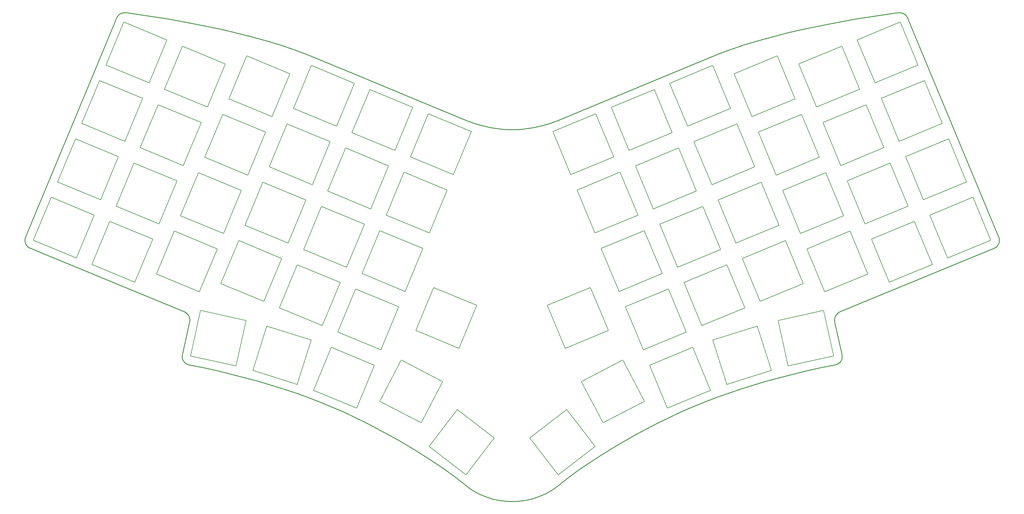
<source format=gbr>
%TF.GenerationSoftware,KiCad,Pcbnew,(6.0.0)*%
%TF.CreationDate,2022-02-26T13:06:40+01:00*%
%TF.ProjectId,plate,706c6174-652e-46b6-9963-61645f706362,rev?*%
%TF.SameCoordinates,Original*%
%TF.FileFunction,Profile,NP*%
%FSLAX46Y46*%
G04 Gerber Fmt 4.6, Leading zero omitted, Abs format (unit mm)*
G04 Created by KiCad (PCBNEW (6.0.0)) date 2022-02-26 13:06:40*
%MOMM*%
%LPD*%
G01*
G04 APERTURE LIST*
%TA.AperFunction,Profile*%
%ADD10C,0.264582*%
%TD*%
%TA.AperFunction,Profile*%
%ADD11C,0.150000*%
%TD*%
G04 APERTURE END LIST*
D10*
X-192965542Y-136748021D02*
X-193852850Y-136939596D01*
X-184292347Y-22713381D02*
X-166549317Y-15315043D01*
X-80839092Y9272389D02*
X-80737986Y9218995D01*
X-260005925Y-3017931D02*
X-260005925Y-3017931D01*
X-242049447Y-113816625D02*
X-245402184Y-112171338D01*
X-99837595Y-80321451D02*
X-99837595Y-80321451D01*
X-52768198Y-60624665D02*
X-52853050Y-60711816D01*
X-52161824Y-59564771D02*
X-52199889Y-59683322D01*
X-185074764Y-23024863D02*
X-184292347Y-22713381D01*
X-100591613Y-80780160D02*
X-100760558Y-80932918D01*
X-211690567Y-133037359D02*
X-212732777Y-132224680D01*
X-200444794Y-137273855D02*
X-201223812Y-137197407D01*
X-81052228Y9368206D02*
X-80943848Y9322200D01*
X-101512995Y-83387308D02*
X-99353884Y-93119852D01*
X-101577253Y-82855213D02*
X-101571555Y-82985440D01*
X-295236271Y-83387308D02*
X-295236271Y-83387308D01*
X-212732777Y-132224680D02*
X-212732777Y-132224680D01*
X-291080015Y-97153161D02*
X-295494664Y-96257715D01*
X-101559086Y-83117587D02*
X-101539636Y-83251570D01*
X-317676167Y6701987D02*
X-317676167Y6701987D01*
X-314702530Y9572526D02*
X-314562657Y9574261D01*
X-178199023Y-127830699D02*
X-181510157Y-130251970D01*
X-100226901Y-80519027D02*
X-100413169Y-80641977D01*
X-151347072Y-112171352D02*
X-154699807Y-113816639D01*
X-101539636Y-83251570D02*
X-101512995Y-83387308D01*
X-189372652Y-24378233D02*
X-188474324Y-24138424D01*
X-101193654Y-81472072D02*
X-101307855Y-81676561D01*
X-286570147Y-98164843D02*
X-291080015Y-97153161D01*
X-99290270Y-94097229D02*
X-99310050Y-94242831D01*
X-263919796Y-1524049D02*
X-260005925Y-3017931D01*
X-53648392Y-61242349D02*
X-99837595Y-80321451D01*
X-295212751Y-82355138D02*
X-295237771Y-82235739D01*
X-315350410Y9481162D02*
X-315227782Y9509717D01*
X-199708164Y-137322139D02*
X-200444794Y-137273855D01*
X-210861283Y-23324206D02*
X-210021082Y-23610313D01*
X-197041136Y-137322139D02*
X-198374653Y-137354639D01*
X-52124571Y-58295466D02*
X-52097439Y-58426400D01*
X-297395375Y-93119852D02*
X-297395375Y-93119852D01*
X-105669242Y-97153170D02*
X-110179111Y-98164854D01*
X-295908318Y-81014557D02*
X-295988705Y-80932918D01*
X-185887978Y-23324206D02*
X-185074764Y-23024863D01*
X-344587439Y-59564771D02*
X-344619812Y-59444127D01*
X-80134545Y8763596D02*
X-80063540Y8689548D01*
X-317147313Y7978716D02*
X-317072806Y8139430D01*
X-99639889Y-95122965D02*
X-99709602Y-95228763D01*
X-202896422Y-136939596D02*
X-203783720Y-136748021D01*
X-80737986Y9218995D02*
X-80640556Y9162239D01*
X-81164208Y9410182D02*
X-81052228Y9368206D01*
X-53033569Y-60873368D02*
X-53128868Y-60947390D01*
X-196662893Y-25569862D02*
X-195777071Y-25501820D01*
X-174133798Y-125051594D02*
X-178199023Y-127830699D01*
X-296632074Y-95682628D02*
X-296805327Y-95516126D01*
X-80640556Y9162239D02*
X-80546825Y9102346D01*
X-53227281Y-61016655D02*
X-53328624Y-61080974D01*
X-101512995Y-83387308D02*
X-101512995Y-83387308D01*
X-295555611Y-81472072D02*
X-295618891Y-81374267D01*
X-238828133Y-115474520D02*
X-242049447Y-113816625D01*
X-79719769Y8219865D02*
X-79676418Y8139430D01*
X-245402184Y-112171338D02*
X-248880000Y-110550000D01*
X-200086401Y-25569862D02*
X-199219273Y-25611491D01*
X-136743344Y-3017931D02*
X-132829473Y-1524050D01*
X-344590003Y-58164339D02*
X-344547619Y-58033210D01*
X-52077656Y-58556952D02*
X-52065037Y-58686931D01*
X-52346388Y-60024508D02*
X-52405376Y-60132780D01*
X-315101655Y9533354D02*
X-314972054Y9551850D01*
X-52082515Y-59197315D02*
X-52102954Y-59321578D01*
X-296805327Y-95516126D02*
X-296887238Y-95425346D01*
X-205644570Y-136214001D02*
X-206611827Y-135861345D01*
X-208604273Y-134959209D02*
X-209623168Y-134399518D01*
X-197530020Y-25611491D02*
X-196662893Y-25569862D01*
X-215239067Y-130251969D02*
X-218550205Y-127830697D01*
X-81647622Y9533353D02*
X-81521494Y9509716D01*
X-256159731Y-107448276D02*
X-259877739Y-106030278D01*
X-101254595Y-96257715D02*
X-105669242Y-97153170D01*
X-190282742Y-24600414D02*
X-189372652Y-24378233D01*
X-195525476Y-137197407D02*
X-196304500Y-137273855D01*
X-147869256Y-110550015D02*
X-151347072Y-112171352D01*
X-99295319Y-93465372D02*
X-99280640Y-93630743D01*
X-99413565Y-94649879D02*
X-99461476Y-94775624D01*
X-201872931Y-25408465D02*
X-200972222Y-25501820D01*
X-122368789Y-101328778D02*
X-129474538Y-103486073D01*
X-212456913Y-22713381D02*
X-211674496Y-23024863D01*
X-99372093Y-94519162D02*
X-99413565Y-94649879D01*
X-202784719Y-25290895D02*
X-201872931Y-25408465D01*
X-244642366Y-9326685D02*
X-230199959Y-15315043D01*
X-157921118Y-115474533D02*
X-161004661Y-117133696D01*
X-101536515Y-82355138D02*
X-101555810Y-82476868D01*
X-82046751Y9572525D02*
X-81910275Y9564980D01*
X-344619812Y-59444127D02*
X-344646308Y-59321578D01*
X-280907956Y-99555868D02*
X-286570147Y-98164843D01*
X-316982093Y8300056D02*
X-316875374Y8458812D01*
X-314839004Y9564981D02*
X-314702530Y9572526D01*
X-192122976Y-24987498D02*
X-191200785Y-24803868D01*
X-79996410Y8613919D02*
X-79933181Y8536933D01*
X-100394700Y-95894662D02*
X-100490329Y-95955256D01*
X-171834262Y-123556205D02*
X-174133798Y-125051594D01*
X-52129451Y-59444127D02*
X-52161824Y-59564771D01*
X-163944091Y-118782785D02*
X-166733064Y-120410460D01*
X-316752849Y8613920D02*
X-316614721Y8763597D01*
X-295390908Y-81783080D02*
X-295441410Y-81676561D01*
X-295686010Y-81279531D02*
X-295756761Y-81187946D01*
X-52199889Y-59683322D02*
X-52243460Y-59799588D01*
X-80209401Y8835842D02*
X-80134545Y8763596D01*
X-52537481Y-60340000D02*
X-52610229Y-60438567D01*
X-79601893Y7978716D02*
X-79601893Y7978716D01*
X-315697048Y9368207D02*
X-315469514Y9447910D01*
X-100586859Y-96010799D02*
X-100683895Y-96061285D01*
X-128692787Y-125976D02*
X-124396219Y1176566D01*
X-207376619Y-24378233D02*
X-206466533Y-24600414D01*
X-343100850Y-61242349D02*
X-343209880Y-61194011D01*
X-52469135Y-60238008D02*
X-52537481Y-60340000D01*
X-184016423Y-132224680D02*
X-184016423Y-132224680D01*
X-53432713Y-61140156D02*
X-53539363Y-61194011D01*
X-82329874Y9569965D02*
X-82186625Y9574260D01*
X-82186625Y9574260D02*
X-82046751Y9572525D01*
X-344343887Y-60132780D02*
X-344402876Y-60024508D01*
X-99310050Y-94242831D02*
X-99337456Y-94383477D01*
X-295209631Y-83251570D02*
X-295190181Y-83117587D01*
X-99280640Y-93630743D02*
X-99275169Y-93791180D01*
X-344505804Y-59799588D02*
X-344549375Y-59683322D01*
X-295180096Y-82600845D02*
X-295193456Y-82476868D01*
X-344062062Y-60533519D02*
X-344211780Y-60340000D01*
X-198374653Y-137354639D02*
X-198374653Y-137354639D01*
X-196304500Y-137273855D02*
X-197041136Y-137322139D01*
X-296258927Y-95955249D02*
X-296448886Y-95829017D01*
X-276746569Y2383857D02*
X-272353052Y1176568D01*
X-252476551Y-108963953D02*
X-256159731Y-107448276D01*
X-296522363Y-80519027D02*
X-296617908Y-80463469D01*
X-52405376Y-60132780D02*
X-52469135Y-60238008D01*
X-206466533Y-24600414D02*
X-205548494Y-24803868D01*
X-100877905Y-96147068D02*
X-101069193Y-96212559D01*
X-144272705Y-108963968D02*
X-144272705Y-108963968D01*
X-297439208Y-94242830D02*
X-297458988Y-94097228D01*
X-202042070Y-137087690D02*
X-202896422Y-136939596D01*
X-80288082Y8906062D02*
X-80209401Y8835842D01*
X-102717826Y6266015D02*
X-95129974Y7642776D01*
X-295190181Y-83117587D02*
X-295177711Y-82985440D01*
X-192048435Y-136507858D02*
X-192965542Y-136748021D01*
X-101358357Y-81783080D02*
X-101404182Y-81892339D01*
X-82626393Y9542387D02*
X-82476471Y9559414D01*
X-79676418Y8139430D02*
X-79637117Y8058973D01*
X-314122898Y9542387D02*
X-314122898Y9542387D01*
X-99353884Y-93119852D02*
X-99319602Y-93295073D01*
X-344680939Y-59071529D02*
X-344688704Y-58944410D01*
X-194876361Y-25408465D02*
X-193964571Y-25290895D01*
X-295988705Y-80932918D02*
X-296071886Y-80854758D01*
X-296714780Y-80411966D02*
X-296812771Y-80364599D01*
X-212732777Y-132224680D02*
X-215239067Y-130251969D01*
X-295268306Y-82118751D02*
X-295304146Y-82004257D01*
X-101063254Y-81279531D02*
X-101193654Y-81472072D01*
X-210652982Y-133760604D02*
X-211690567Y-133037359D01*
X-99943929Y-95516132D02*
X-100029115Y-95601895D01*
X-222615436Y-125051589D02*
X-227384004Y-122005373D01*
X-297335693Y-94649876D02*
X-297377165Y-94519159D01*
X-88916471Y8646281D02*
X-82626393Y9542387D01*
X-100490329Y-95955256D02*
X-100586859Y-96010799D01*
X-99862017Y-95425353D02*
X-99943929Y-95516132D01*
X-53648392Y-61242349D02*
X-53648392Y-61242349D01*
X-201223812Y-137197407D02*
X-202042070Y-137087690D01*
X-52102954Y-59321578D02*
X-52129451Y-59444127D01*
X-53128868Y-60947390D02*
X-53227281Y-61016655D01*
X-81777224Y9551848D02*
X-81647622Y9533353D01*
X-295871352Y-96147063D02*
X-296065361Y-96061279D01*
X-263594695Y-104709644D02*
X-267274722Y-103486058D01*
X-316292455Y9039538D02*
X-316108719Y9162241D01*
X-343521968Y-61016655D02*
X-343715684Y-60873368D01*
X-198374646Y-25625612D02*
X-198374646Y-25625612D01*
X-99837595Y-80321451D02*
X-100034485Y-80411966D01*
X-195777071Y-25501820D02*
X-194876361Y-25408465D01*
X-189149782Y-135444783D02*
X-190137407Y-135861345D01*
X-100918330Y-81099594D02*
X-101063254Y-81279531D01*
X-52065037Y-58686931D02*
X-52059397Y-58816147D01*
X-295236271Y-83387308D02*
X-295209631Y-83251570D01*
X-101480960Y-82118751D02*
X-101511495Y-82235739D01*
X-206611827Y-135861345D02*
X-207599444Y-135444783D01*
X-297174223Y-95012168D02*
X-297233827Y-94896386D01*
X-297233827Y-94896386D02*
X-297287782Y-94775620D01*
X-161004661Y-117133696D02*
X-163944091Y-118782785D01*
X-79818524Y8379779D02*
X-79767146Y8300055D01*
X-200972222Y-25501820D02*
X-200086401Y-25569862D01*
X-344688704Y-58944410D02*
X-344689858Y-58816147D01*
X-115841303Y-99555881D02*
X-122368789Y-101328778D01*
X-79767146Y8300055D02*
X-79719769Y8219865D01*
X-297470747Y-93946676D02*
X-297474089Y-93791179D01*
X-101569171Y-82600845D02*
X-101576388Y-82726987D01*
X-296448886Y-95829017D02*
X-296632074Y-95682628D01*
X-99337456Y-94383477D02*
X-99372093Y-94519162D01*
X-296428356Y-80578557D02*
X-296522363Y-80519027D01*
X-314972054Y9551850D02*
X-314839004Y9564981D01*
X-296965479Y-95329555D02*
X-297039654Y-95228758D01*
X-296812771Y-80364599D02*
X-296911671Y-80321451D01*
X-79073094Y6701987D02*
X-79073094Y6701987D01*
X-344671593Y-58556952D02*
X-344651806Y-58426400D01*
X-230199959Y-15315043D02*
X-212456913Y-22713381D01*
X-210021082Y-23610313D02*
X-209157700Y-23882085D01*
X-52251892Y-57902269D02*
X-52201613Y-58033210D01*
X-136871520Y-106030294D02*
X-140589527Y-107448291D01*
X-296336095Y-80641977D02*
X-296428356Y-80578557D01*
X-115575171Y3496167D02*
X-111176559Y4513780D01*
X-101445119Y-82004257D02*
X-101480960Y-82118751D01*
X-52059397Y-58816147D02*
X-52060553Y-58944410D01*
X-295756761Y-81187946D02*
X-295830933Y-81099594D01*
X-79873877Y8458812D02*
X-79818524Y8379779D01*
X-316108719Y9162241D02*
X-315910183Y9272391D01*
X-99709602Y-95228763D02*
X-99783777Y-95329561D01*
X-294031449Y6266016D02*
X-285572714Y4513782D01*
X-81279762Y9447908D02*
X-81164208Y9410182D01*
X-211674496Y-23024863D02*
X-210861283Y-23324206D01*
X-81910275Y9564980D02*
X-81777224Y9551848D01*
X-297411801Y-94383475D02*
X-297439208Y-94242830D01*
X-295304146Y-82004257D02*
X-295345084Y-81892339D01*
X-169365236Y-122005380D02*
X-171834262Y-123556205D01*
X-209623168Y-134399518D02*
X-210652982Y-133760604D01*
X-344211780Y-60340000D02*
X-344343887Y-60132780D01*
X-296887238Y-95425346D02*
X-296965479Y-95329555D01*
X-144272705Y-108963968D02*
X-147869256Y-110550015D01*
X-80456818Y9039537D02*
X-80370562Y8974035D01*
X-295680065Y-96212557D02*
X-295871352Y-96147063D01*
X-101069193Y-96212559D02*
X-101254595Y-96257715D01*
X-218550205Y-127830697D02*
X-222615436Y-125051589D01*
X-316875374Y8458812D02*
X-316752849Y8613920D01*
X-296911671Y-80321451D02*
X-343100850Y-61242349D01*
X-344624671Y-58295466D02*
X-344590003Y-58164339D01*
X-101511495Y-82235739D02*
X-101536515Y-82355138D01*
X-205548494Y-24803868D02*
X-204626307Y-24987498D01*
X-81521494Y9509716D02*
X-81398866Y9481160D01*
X-52292354Y-59913380D02*
X-52346388Y-60024508D01*
X-100300369Y-95829024D02*
X-100394700Y-95894662D01*
X-52060553Y-58944410D02*
X-52068320Y-59071529D01*
X-248880000Y-110550000D02*
X-252476551Y-108963953D01*
X-184537910Y-132642518D02*
X-185058635Y-133037359D01*
X-297429657Y-93295073D02*
X-297395375Y-93119852D01*
X-295172014Y-82855213D02*
X-295172878Y-82726987D01*
X-154699807Y-113816639D02*
X-157921118Y-115474533D01*
X-52853050Y-60711816D02*
X-52941568Y-60794780D01*
X-344689858Y-58816147D02*
X-344684215Y-58686931D01*
X-132829473Y-1524050D02*
X-128692787Y-125976D01*
X-295172878Y-82726987D02*
X-295180096Y-82600845D01*
X-297453939Y-93465372D02*
X-297429657Y-93295073D01*
X-52687197Y-60533519D02*
X-52768198Y-60624665D01*
X-79601893Y7978716D02*
X-79073094Y6701987D01*
X-99515430Y-94896390D02*
X-99575033Y-95012172D01*
X-343316533Y-61140156D02*
X-343420623Y-61080974D01*
X-52201613Y-58033210D02*
X-52159234Y-58164339D01*
X-296617908Y-80463469D02*
X-296714780Y-80411966D01*
X-81398866Y9481160D02*
X-81279762Y9447908D01*
X-316461189Y8906063D02*
X-316292455Y9039538D01*
X-295345084Y-81892339D02*
X-295390908Y-81783080D01*
X-317147313Y7978716D02*
X-317147313Y7978716D01*
X-227384004Y-122005373D02*
X-232805155Y-118782774D01*
X-295618891Y-81374267D02*
X-295686010Y-81279531D01*
X-100029115Y-95601895D02*
X-100117181Y-95682635D01*
X-296071886Y-80854758D02*
X-296157651Y-80780160D01*
X-204626307Y-24987498D02*
X-203703780Y-25150206D01*
X-343896206Y-60711816D02*
X-344062062Y-60533519D01*
X-52159234Y-58164339D02*
X-52124571Y-58295466D01*
X-99353884Y-93119852D02*
X-99353884Y-93119852D01*
X-79637117Y8058973D02*
X-79601893Y7978716D01*
X-188144945Y-134959209D02*
X-189149782Y-135444783D01*
X-207599444Y-135444783D02*
X-208604273Y-134959209D01*
X-259877739Y-106030278D02*
X-263594695Y-104709644D01*
X-315227782Y9509717D02*
X-315101655Y9533354D01*
X-343100850Y-61242349D02*
X-343100850Y-61242349D01*
X-203703780Y-25150206D02*
X-202784719Y-25290895D01*
X-315910183Y9272391D02*
X-315697048Y9368207D01*
X-316614721Y8763597D02*
X-316461189Y8906063D01*
X-100413169Y-80641977D02*
X-100591613Y-80780160D01*
X-181510157Y-130251970D02*
X-184016446Y-132224680D01*
X-129474538Y-103486073D02*
X-136871520Y-106030294D01*
X-52251892Y-57902269D02*
X-52251892Y-57902269D01*
X-184292347Y-22713381D02*
X-184292347Y-22713381D01*
X-199219273Y-25611491D02*
X-198374646Y-25625612D01*
X-204700818Y-136507858D02*
X-205644570Y-136214001D01*
X-80370562Y8974035D02*
X-80288082Y8906062D01*
X-166733064Y-120410460D02*
X-169365236Y-122005380D01*
X-297287782Y-94775620D02*
X-297335693Y-94649876D01*
X-203783720Y-136748021D02*
X-204700818Y-136507858D01*
X-212456913Y-22713381D02*
X-212456913Y-22713381D01*
X-297474089Y-93791179D02*
X-297468618Y-93630742D01*
X-314272816Y9559415D02*
X-314122898Y9542387D01*
X-52097439Y-58426400D02*
X-52077656Y-58556952D01*
X-193964571Y-25290895D02*
X-193045507Y-25150206D01*
X-80943848Y9322200D02*
X-80839092Y9272389D01*
X-252476551Y-108963953D02*
X-252476551Y-108963953D01*
X-80546825Y9102346D02*
X-80456818Y9039537D01*
X-344666746Y-59197315D02*
X-344680939Y-59071529D01*
X-101555810Y-82476868D02*
X-101569171Y-82600845D01*
X-79073094Y6701987D02*
X-52251892Y-57902269D01*
X-111176559Y4513780D02*
X-102717826Y6266015D01*
X-99275169Y-93791180D02*
X-99278511Y-93946677D01*
X-296157651Y-80780160D02*
X-296245790Y-80709206D01*
X-232805155Y-118782774D02*
X-238828133Y-115474520D01*
X-344456910Y-59913380D02*
X-344505804Y-59799588D01*
X-124396219Y1176566D02*
X-120002702Y2383855D01*
X-295494664Y-96257715D02*
X-295680065Y-96212557D01*
X-297377165Y-94519159D02*
X-297411801Y-94383475D01*
X-184016446Y-132224680D02*
X-184016423Y-132224680D01*
X-79933181Y8536933D02*
X-79873877Y8458812D01*
X-344651806Y-58426400D02*
X-344624671Y-58295466D01*
X-317676167Y6701987D02*
X-317147313Y7978716D01*
X-343715684Y-60873368D02*
X-343896206Y-60711816D01*
X-191200785Y-24803868D02*
X-190282742Y-24600414D01*
X-296245790Y-80709206D02*
X-296336095Y-80641977D01*
X-274380471Y-101328764D02*
X-280907956Y-99555868D01*
X-344402876Y-60024508D02*
X-344456910Y-59913380D01*
X-343420623Y-61080974D02*
X-343521968Y-61016655D01*
X-99461476Y-94775624D02*
X-99515430Y-94896390D01*
X-285572714Y4513782D02*
X-276746569Y2383857D01*
X-140589527Y-107448291D02*
X-144272705Y-108963968D01*
X-314562657Y9574261D02*
X-314419411Y9569965D01*
X-82476471Y9559414D02*
X-82329874Y9569965D01*
X-344497334Y-57902269D02*
X-317676167Y6701987D01*
X-315469514Y9447910D02*
X-315350410Y9481162D01*
X-53328624Y-61080974D02*
X-53432713Y-61140156D01*
X-100207731Y-95758347D02*
X-100300369Y-95829024D01*
X-314419411Y9569965D02*
X-314272816Y9559415D01*
X-185058635Y-133037359D02*
X-186096225Y-133760604D01*
X-314122898Y9542387D02*
X-307832810Y8646282D01*
X-53539363Y-61194011D02*
X-53648392Y-61242349D01*
X-343209880Y-61194011D02*
X-343316533Y-61140156D01*
X-110179111Y-98164854D02*
X-115841303Y-99555881D01*
X-136743344Y-3017931D02*
X-136743344Y-3017931D01*
X-344646308Y-59321578D02*
X-344666746Y-59197315D01*
X-101404182Y-81892339D02*
X-101445119Y-82004257D01*
X-101571555Y-82985440D02*
X-101559086Y-83117587D01*
X-307832810Y8646282D02*
X-301619304Y7642777D01*
X-296911671Y-80321451D02*
X-296911671Y-80321451D01*
X-301619304Y7642777D02*
X-294031449Y6266016D01*
X-166549317Y-15315043D02*
X-136743344Y-3017931D01*
X-101576388Y-82726987D02*
X-101577253Y-82855213D01*
X-193045507Y-25150206D02*
X-192122976Y-24987498D01*
X-270881940Y-102359203D02*
X-274380471Y-101328764D01*
X-99278511Y-93946677D02*
X-99290270Y-94097229D01*
X-344684215Y-58686931D02*
X-344671593Y-58556952D01*
X-80063540Y8689548D02*
X-79996410Y8613919D01*
X-101307855Y-81676561D02*
X-101358357Y-81783080D01*
X-187591565Y-23882085D02*
X-186728180Y-23610313D01*
X-188474324Y-24138424D02*
X-187591565Y-23882085D01*
X-198374646Y-25625612D02*
X-197530020Y-25611491D01*
X-100034485Y-80411966D02*
X-100226901Y-80519027D01*
X-260005925Y-3017931D02*
X-244642366Y-9326685D01*
X-297039654Y-95228758D02*
X-297109367Y-95122960D01*
X-184016423Y-132224680D02*
X-184537910Y-132642518D01*
X-268056483Y-125975D02*
X-263919796Y-1524049D01*
X-193852850Y-136939596D02*
X-194707210Y-137087690D01*
X-344549375Y-59683322D02*
X-344587439Y-59564771D01*
X-95129974Y7642776D02*
X-88916471Y8646281D01*
X-120002702Y2383855D02*
X-115575171Y3496167D01*
X-297468618Y-93630742D02*
X-297453939Y-93465372D01*
X-272353052Y1176568D02*
X-268056483Y-125975D01*
X-100683895Y-96061285D02*
X-100877905Y-96147068D01*
X-99319602Y-93295073D02*
X-99295319Y-93465372D01*
X-209157700Y-23882085D02*
X-208274943Y-24138424D01*
X-295441410Y-81676561D02*
X-295496381Y-81572864D01*
X-194707210Y-137087690D02*
X-195525476Y-137197407D01*
X-295494664Y-96257715D02*
X-295494664Y-96257715D01*
X-52610229Y-60438567D02*
X-52687197Y-60533519D01*
X-99783777Y-95329561D02*
X-99862017Y-95425353D01*
X-344497334Y-57902269D02*
X-344497334Y-57902269D01*
X-297109367Y-95122960D02*
X-297174223Y-95012168D01*
X-296065361Y-96061279D02*
X-296258927Y-95955249D01*
X-186096225Y-133760604D02*
X-187126044Y-134399518D01*
X-297395375Y-93119852D02*
X-295236271Y-83387308D01*
X-52068320Y-59071529D02*
X-52082515Y-59197315D01*
X-295177711Y-82985440D02*
X-295172014Y-82855213D01*
X-52243460Y-59799588D02*
X-52292354Y-59913380D01*
X-267274722Y-103486058D02*
X-270881940Y-102359203D01*
X-186728180Y-23610313D02*
X-185887978Y-23324206D01*
X-295830933Y-81099594D02*
X-295908318Y-81014557D01*
X-295496381Y-81572864D02*
X-295555611Y-81472072D01*
X-198374653Y-137354639D02*
X-199708164Y-137322139D01*
X-297458988Y-94097228D02*
X-297470747Y-93946676D01*
X-295237771Y-82235739D02*
X-295268306Y-82118751D01*
X-101254595Y-96257715D02*
X-101254595Y-96257715D01*
X-295193456Y-82476868D02*
X-295212751Y-82355138D01*
X-100117181Y-95682635D02*
X-100207731Y-95758347D01*
X-344547619Y-58033210D02*
X-344497334Y-57902269D01*
X-190137407Y-135861345D02*
X-191104674Y-136214001D01*
X-317072806Y8139430D02*
X-316982093Y8300056D01*
X-191104674Y-136214001D02*
X-192048435Y-136507858D01*
X-208274943Y-24138424D02*
X-207376619Y-24378233D01*
X-82626393Y9542387D02*
X-82626393Y9542387D01*
X-52941568Y-60794780D02*
X-53033569Y-60873368D01*
X-100760558Y-80932918D02*
X-100918330Y-81099594D01*
X-187126044Y-134399518D02*
X-188144945Y-134959209D01*
X-99575033Y-95012172D02*
X-99639889Y-95122965D01*
D11*
%TO.C,SW18*%
X-165933130Y-38413927D02*
X-160575562Y-51348241D01*
X-178867444Y-43771495D02*
X-165933130Y-38413927D01*
X-160575562Y-51348241D02*
X-173509876Y-56705809D01*
X-173509876Y-56705809D02*
X-178867444Y-43771495D01*
%TO.C,SW3*%
X-113367667Y-16370002D02*
X-126301981Y-21727570D01*
X-118725235Y-3435688D02*
X-113367667Y-16370002D01*
X-131659549Y-8793256D02*
X-118725235Y-3435688D01*
X-126301981Y-21727570D02*
X-131659549Y-8793256D01*
%TO.C,SW58*%
X-257987394Y-104009374D02*
X-252629826Y-91075060D01*
X-252629826Y-91075060D02*
X-239695512Y-96432628D01*
X-239695512Y-96432628D02*
X-245053080Y-109366942D01*
X-245053080Y-109366942D02*
X-257987394Y-104009374D01*
%TO.C,SW22*%
X-285295750Y-20989399D02*
X-272361436Y-26346967D01*
X-277719004Y-39281281D02*
X-290653318Y-33923713D01*
X-290653318Y-33923713D02*
X-285295750Y-20989399D01*
X-272361436Y-26346967D02*
X-277719004Y-39281281D01*
%TO.C,SW1*%
X-76442499Y-6216458D02*
X-89376813Y-11574026D01*
X-81800067Y6717856D02*
X-76442499Y-6216458D01*
X-89376813Y-11574026D02*
X-94734381Y1360288D01*
X-94734381Y1360288D02*
X-81800067Y6717856D01*
%TO.C,SW36*%
X-329491904Y-28389569D02*
X-316557590Y-33747137D01*
X-321915158Y-46681451D02*
X-334849472Y-41323883D01*
X-334849472Y-41323883D02*
X-329491904Y-28389569D01*
X-316557590Y-33747137D02*
X-321915158Y-46681451D01*
%TO.C,SW30*%
X-166238890Y-74259520D02*
X-171596458Y-61325206D01*
X-153304576Y-68901952D02*
X-166238890Y-74259520D01*
X-171596458Y-61325206D02*
X-158662144Y-55967638D01*
X-158662144Y-55967638D02*
X-153304576Y-68901952D01*
%TO.C,SW28*%
X-131131468Y-59717550D02*
X-136489036Y-46783236D01*
X-123554722Y-41425668D02*
X-118197154Y-54359982D01*
X-136489036Y-46783236D02*
X-123554722Y-41425668D01*
X-118197154Y-54359982D02*
X-131131468Y-59717550D01*
%TO.C,SW37*%
X-59987111Y-45943279D02*
X-54629543Y-58877593D01*
X-67563857Y-64235161D02*
X-72921425Y-51300847D01*
X-72921425Y-51300847D02*
X-59987111Y-45943279D01*
X-54629543Y-58877593D02*
X-67563857Y-64235161D01*
%TO.C,SW13*%
X-69171514Y-23770171D02*
X-82105828Y-29127739D01*
X-74529082Y-10835857D02*
X-69171514Y-23770171D01*
X-87463396Y-16193425D02*
X-74529082Y-10835857D01*
X-82105828Y-29127739D02*
X-87463396Y-16193425D01*
%TO.C,SW50*%
X-133863820Y-102226368D02*
X-138073701Y-88874331D01*
X-124721664Y-84664450D02*
X-120511783Y-98016487D01*
X-138073701Y-88874331D02*
X-124721664Y-84664450D01*
X-120511783Y-98016487D02*
X-133863820Y-102226368D01*
%TO.C,SW47*%
X-306274864Y-58571833D02*
X-311632432Y-71506147D01*
X-311632432Y-71506147D02*
X-324566746Y-66148579D01*
X-324566746Y-66148579D02*
X-319209178Y-53214265D01*
X-319209178Y-53214265D02*
X-306274864Y-58571833D01*
%TO.C,SW12*%
X-307373186Y-11574028D02*
X-320307500Y-6216460D01*
X-302015618Y1360286D02*
X-307373186Y-11574028D01*
X-320307500Y-6216460D02*
X-314949932Y6717854D01*
X-314949932Y6717854D02*
X-302015618Y1360286D01*
%TO.C,SW43*%
X-232424526Y-78878919D02*
X-237782094Y-91813233D01*
X-245358840Y-73521351D02*
X-232424526Y-78878919D01*
X-250716408Y-86455665D02*
X-245358840Y-73521351D01*
X-237782094Y-91813233D02*
X-250716408Y-86455665D01*
%TO.C,SW54*%
X-182410695Y-91357726D02*
X-187768263Y-78423412D01*
X-174833949Y-73065844D02*
X-169476381Y-86000158D01*
X-169476381Y-86000158D02*
X-182410695Y-91357726D01*
X-187768263Y-78423412D02*
X-174833949Y-73065844D01*
%TO.C,SW34*%
X-292566735Y-38543110D02*
X-279632421Y-43900678D01*
X-284989989Y-56834992D02*
X-297924303Y-51477424D01*
X-279632421Y-43900678D02*
X-284989989Y-56834992D01*
X-297924303Y-51477424D02*
X-292566735Y-38543110D01*
%TO.C,SW45*%
X-285823831Y-71913694D02*
X-280466263Y-58979380D01*
X-267531949Y-64336948D02*
X-272889517Y-77271262D01*
X-272889517Y-77271262D02*
X-285823831Y-71913694D01*
X-280466263Y-58979380D02*
X-267531949Y-64336948D01*
%TO.C,SW25*%
X-67258097Y-28389568D02*
X-61900529Y-41323882D01*
X-80192411Y-33747136D02*
X-67258097Y-28389568D01*
X-61900529Y-41323882D02*
X-74834843Y-46681450D01*
X-74834843Y-46681450D02*
X-80192411Y-33747136D01*
%TO.C,SW7*%
X-215969140Y-39152101D02*
X-228903454Y-33794533D01*
X-223545886Y-20860219D02*
X-210611572Y-26217787D01*
X-228903454Y-33794533D02*
X-223545886Y-20860219D01*
X-210611572Y-26217787D02*
X-215969140Y-39152101D01*
%TO.C,SW41*%
X-141414194Y-84542246D02*
X-146771762Y-71607932D01*
X-133837448Y-66250364D02*
X-128479880Y-79184678D01*
X-128479880Y-79184678D02*
X-141414194Y-84542246D01*
X-146771762Y-71607932D02*
X-133837448Y-66250364D01*
%TO.C,SW35*%
X-299003879Y-41018121D02*
X-304361447Y-53952435D01*
X-317295761Y-48594867D02*
X-311938193Y-35660553D01*
X-304361447Y-53952435D02*
X-317295761Y-48594867D01*
X-311938193Y-35660553D02*
X-299003879Y-41018121D01*
%TO.C,SW23*%
X-297090462Y-36398725D02*
X-310024776Y-31041157D01*
X-310024776Y-31041157D02*
X-304667208Y-18106843D01*
X-291732894Y-23464411D02*
X-297090462Y-36398725D01*
X-304667208Y-18106843D02*
X-291732894Y-23464411D01*
%TO.C,SW29*%
X-135750866Y-61630967D02*
X-148685180Y-66988535D01*
X-141108434Y-48696653D02*
X-135750866Y-61630967D01*
X-154042748Y-54054221D02*
X-141108434Y-48696653D01*
X-148685180Y-66988535D02*
X-154042748Y-54054221D01*
%TO.C,SW2*%
X-99353778Y-553131D02*
X-93996210Y-13487445D01*
X-93996210Y-13487445D02*
X-106930524Y-18845013D01*
X-106930524Y-18845013D02*
X-112288092Y-5910699D01*
X-112288092Y-5910699D02*
X-99353778Y-553131D01*
%TO.C,SW40*%
X-123860483Y-77271262D02*
X-129218051Y-64336948D01*
X-116283737Y-58979380D02*
X-110926169Y-71913694D01*
X-110926169Y-71913694D02*
X-123860483Y-77271262D01*
X-129218051Y-64336948D02*
X-116283737Y-58979380D01*
%TO.C,SW21*%
X-258347547Y-42163839D02*
X-271281861Y-36806271D01*
X-265924293Y-23871957D02*
X-252989979Y-29229525D01*
X-252989979Y-29229525D02*
X-258347547Y-42163839D01*
X-271281861Y-36806271D02*
X-265924293Y-23871957D01*
%TO.C,SW16*%
X-143760020Y-29229524D02*
X-130825706Y-23871956D01*
X-125468138Y-36806270D02*
X-138402452Y-42163838D01*
X-130825706Y-23871956D02*
X-125468138Y-36806270D01*
X-138402452Y-42163838D02*
X-143760020Y-29229524D01*
%TO.C,SW49*%
X-101807798Y-93637025D02*
X-115475942Y-96667179D01*
X-118506096Y-82999035D02*
X-104837952Y-79968881D01*
X-115475942Y-96667179D02*
X-118506096Y-82999035D01*
X-104837952Y-79968881D02*
X-101807798Y-93637025D01*
%TO.C,SW14*%
X-86725224Y-31041157D02*
X-99659538Y-36398725D01*
X-105017106Y-23464411D02*
X-92082792Y-18106843D01*
X-99659538Y-36398725D02*
X-105017106Y-23464411D01*
X-92082792Y-18106843D02*
X-86725224Y-31041157D01*
%TO.C,SW15*%
X-119030995Y-39281281D02*
X-124388563Y-26346967D01*
X-111454249Y-20989399D02*
X-106096681Y-33923713D01*
X-106096681Y-33923713D02*
X-119030995Y-39281281D01*
X-124388563Y-26346967D02*
X-111454249Y-20989399D01*
%TO.C,SW20*%
X-248370582Y-31142943D02*
X-235436268Y-36500511D01*
X-253728150Y-44077257D02*
X-248370582Y-31142943D01*
X-235436268Y-36500511D02*
X-240793836Y-49434825D01*
X-240793836Y-49434825D02*
X-253728150Y-44077257D01*
%TO.C,SW42*%
X-158967906Y-91813233D02*
X-164325474Y-78878919D01*
X-151391160Y-73521351D02*
X-146033592Y-86455665D01*
X-164325474Y-78878919D02*
X-151391160Y-73521351D01*
X-146033592Y-86455665D02*
X-158967906Y-91813233D01*
%TO.C,SW26*%
X-97746121Y-41018121D02*
X-84811807Y-35660553D01*
X-84811807Y-35660553D02*
X-79454239Y-48594867D01*
X-92388553Y-53952435D02*
X-97746121Y-41018121D01*
X-79454239Y-48594867D02*
X-92388553Y-53952435D01*
%TO.C,SW46*%
X-299837720Y-56096821D02*
X-286903406Y-61454389D01*
X-286903406Y-61454389D02*
X-292260974Y-74388703D01*
X-305195288Y-69031135D02*
X-299837720Y-56096821D01*
X-292260974Y-74388703D02*
X-305195288Y-69031135D01*
%TO.C,SW56*%
X-223318258Y-120889337D02*
X-214795598Y-109782391D01*
X-212211312Y-129411997D02*
X-223318258Y-120889337D01*
X-214795598Y-109782391D02*
X-203688652Y-118305051D01*
X-203688652Y-118305051D02*
X-212211312Y-129411997D01*
%TO.C,SW60*%
X-281274058Y-96667179D02*
X-294942202Y-93637025D01*
X-294942202Y-93637025D02*
X-291912048Y-79968881D01*
X-291912048Y-79968881D02*
X-278243904Y-82999035D01*
X-278243904Y-82999035D02*
X-281274058Y-96667179D01*
%TO.C,SW44*%
X-249978238Y-71607932D02*
X-255335806Y-84542246D01*
X-268270120Y-79184678D02*
X-262912552Y-66250364D01*
X-262912552Y-66250364D02*
X-249978238Y-71607932D01*
X-255335806Y-84542246D02*
X-268270120Y-79184678D01*
%TO.C,SW48*%
X-342120457Y-58877593D02*
X-336762889Y-45943279D01*
X-323828575Y-51300847D02*
X-329186143Y-64235161D01*
X-336762889Y-45943279D02*
X-323828575Y-51300847D01*
X-329186143Y-64235161D02*
X-342120457Y-58877593D01*
%TO.C,SW11*%
X-297396221Y-553131D02*
X-284461907Y-5910699D01*
X-302753789Y-13487445D02*
X-297396221Y-553131D01*
X-289819475Y-18845013D02*
X-302753789Y-13487445D01*
X-284461907Y-5910699D02*
X-289819475Y-18845013D01*
%TO.C,SW53*%
X-181954402Y-109782391D02*
X-173431742Y-120889337D01*
X-193061348Y-118305051D02*
X-181954402Y-109782391D01*
X-184538688Y-129411997D02*
X-193061348Y-118305051D01*
X-173431742Y-120889337D02*
X-184538688Y-129411997D01*
%TO.C,SW55*%
X-227273618Y-86000159D02*
X-221916050Y-73065845D01*
X-214339304Y-91357727D02*
X-227273618Y-86000159D01*
X-221916050Y-73065845D02*
X-208981736Y-78423413D01*
X-208981736Y-78423413D02*
X-214339304Y-91357727D01*
%TO.C,SW10*%
X-265090451Y-8793256D02*
X-270448019Y-21727570D01*
X-278024765Y-3435688D02*
X-265090451Y-8793256D01*
X-270448019Y-21727570D02*
X-283382333Y-16370002D01*
X-283382333Y-16370002D02*
X-278024765Y-3435688D01*
%TO.C,SW17*%
X-148379418Y-31142943D02*
X-143021850Y-44077257D01*
X-143021850Y-44077257D02*
X-155956164Y-49434825D01*
X-161313732Y-36500511D02*
X-148379418Y-31142943D01*
X-155956164Y-49434825D02*
X-161313732Y-36500511D01*
%TO.C,SW59*%
X-272028484Y-84664390D02*
X-258676447Y-88874271D01*
X-276238365Y-98016427D02*
X-272028484Y-84664390D01*
X-262886328Y-102226308D02*
X-276238365Y-98016427D01*
X-258676447Y-88874271D02*
X-262886328Y-102226308D01*
%TO.C,SW57*%
X-231647198Y-94883188D02*
X-219229046Y-101347668D01*
X-219229046Y-101347668D02*
X-225693526Y-113765820D01*
X-225693526Y-113765820D02*
X-238111678Y-107301340D01*
X-238111678Y-107301340D02*
X-231647198Y-94883188D01*
%TO.C,SW27*%
X-111760011Y-56834992D02*
X-117117579Y-43900678D01*
X-98825697Y-51477424D02*
X-111760011Y-56834992D01*
X-104183265Y-38543110D02*
X-98825697Y-51477424D01*
X-117117579Y-43900678D02*
X-104183265Y-38543110D01*
%TO.C,SW8*%
X-241099598Y-13589231D02*
X-228165284Y-18946799D01*
X-228165284Y-18946799D02*
X-233522852Y-31881113D01*
X-233522852Y-31881113D02*
X-246457166Y-26523545D01*
X-246457166Y-26523545D02*
X-241099598Y-13589231D01*
%TO.C,SW31*%
X-238087855Y-55967639D02*
X-225153541Y-61325207D01*
X-230511109Y-74259521D02*
X-243445423Y-68901953D01*
X-225153541Y-61325207D02*
X-230511109Y-74259521D01*
X-243445423Y-68901953D02*
X-238087855Y-55967639D01*
%TO.C,SW38*%
X-90475137Y-58571833D02*
X-77540823Y-53214265D01*
X-77540823Y-53214265D02*
X-72183255Y-66148579D01*
X-85117569Y-71506147D02*
X-90475137Y-58571833D01*
X-72183255Y-66148579D02*
X-85117569Y-71506147D01*
%TO.C,SW19*%
X-236174439Y-51348242D02*
X-230816871Y-38413928D01*
X-223240125Y-56705810D02*
X-236174439Y-51348242D01*
X-217882557Y-43771496D02*
X-223240125Y-56705810D01*
X-230816871Y-38413928D02*
X-217882557Y-43771496D01*
%TO.C,SW5*%
X-150292834Y-26523545D02*
X-163227148Y-31881113D01*
X-168584716Y-18946799D02*
X-155650402Y-13589231D01*
X-155650402Y-13589231D02*
X-150292834Y-26523545D01*
X-163227148Y-31881113D02*
X-168584716Y-18946799D01*
%TO.C,SW32*%
X-260999134Y-61630967D02*
X-255641566Y-48696653D01*
X-248064820Y-66988535D02*
X-260999134Y-61630967D01*
X-242707252Y-54054221D02*
X-248064820Y-66988535D01*
X-255641566Y-48696653D02*
X-242707252Y-54054221D01*
%TO.C,SW9*%
X-264010876Y-19252560D02*
X-258653308Y-6318246D01*
X-251076562Y-24610128D02*
X-264010876Y-19252560D01*
X-258653308Y-6318246D02*
X-245718994Y-11675814D01*
X-245718994Y-11675814D02*
X-251076562Y-24610128D01*
%TO.C,SW39*%
X-91554712Y-69031135D02*
X-104489026Y-74388703D01*
X-104489026Y-74388703D02*
X-109846594Y-61454389D01*
X-96912280Y-56096821D02*
X-91554712Y-69031135D01*
X-109846594Y-61454389D02*
X-96912280Y-56096821D01*
%TO.C,SW51*%
X-151696920Y-109366942D02*
X-157054488Y-96432628D01*
X-138762606Y-104009374D02*
X-151696920Y-109366942D01*
X-144120174Y-91075060D02*
X-138762606Y-104009374D01*
X-157054488Y-96432628D02*
X-144120174Y-91075060D01*
%TO.C,SW52*%
X-165102801Y-94883188D02*
X-158638321Y-107301340D01*
X-171056473Y-113765820D02*
X-177520953Y-101347668D01*
X-177520953Y-101347668D02*
X-165102801Y-94883188D01*
X-158638321Y-107301340D02*
X-171056473Y-113765820D01*
%TO.C,SW4*%
X-151031006Y-11675815D02*
X-138096692Y-6318247D01*
X-145673438Y-24610129D02*
X-151031006Y-11675815D01*
X-138096692Y-6318247D02*
X-132739124Y-19252561D01*
X-132739124Y-19252561D02*
X-145673438Y-24610129D01*
%TO.C,SW6*%
X-186138428Y-26217786D02*
X-173204114Y-20860218D01*
X-173204114Y-20860218D02*
X-167846546Y-33794532D01*
X-167846546Y-33794532D02*
X-180780860Y-39152100D01*
X-180780860Y-39152100D02*
X-186138428Y-26217786D01*
%TO.C,SW33*%
X-265618531Y-59717549D02*
X-278552845Y-54359981D01*
X-273195277Y-41425667D02*
X-260260963Y-46783235D01*
X-260260963Y-46783235D02*
X-265618531Y-59717549D01*
X-278552845Y-54359981D02*
X-273195277Y-41425667D01*
%TO.C,SW24*%
X-314644173Y-29127739D02*
X-327578487Y-23770171D01*
X-322220919Y-10835857D02*
X-309286605Y-16193425D01*
X-309286605Y-16193425D02*
X-314644173Y-29127739D01*
X-327578487Y-23770171D02*
X-322220919Y-10835857D01*
%TD*%
M02*

</source>
